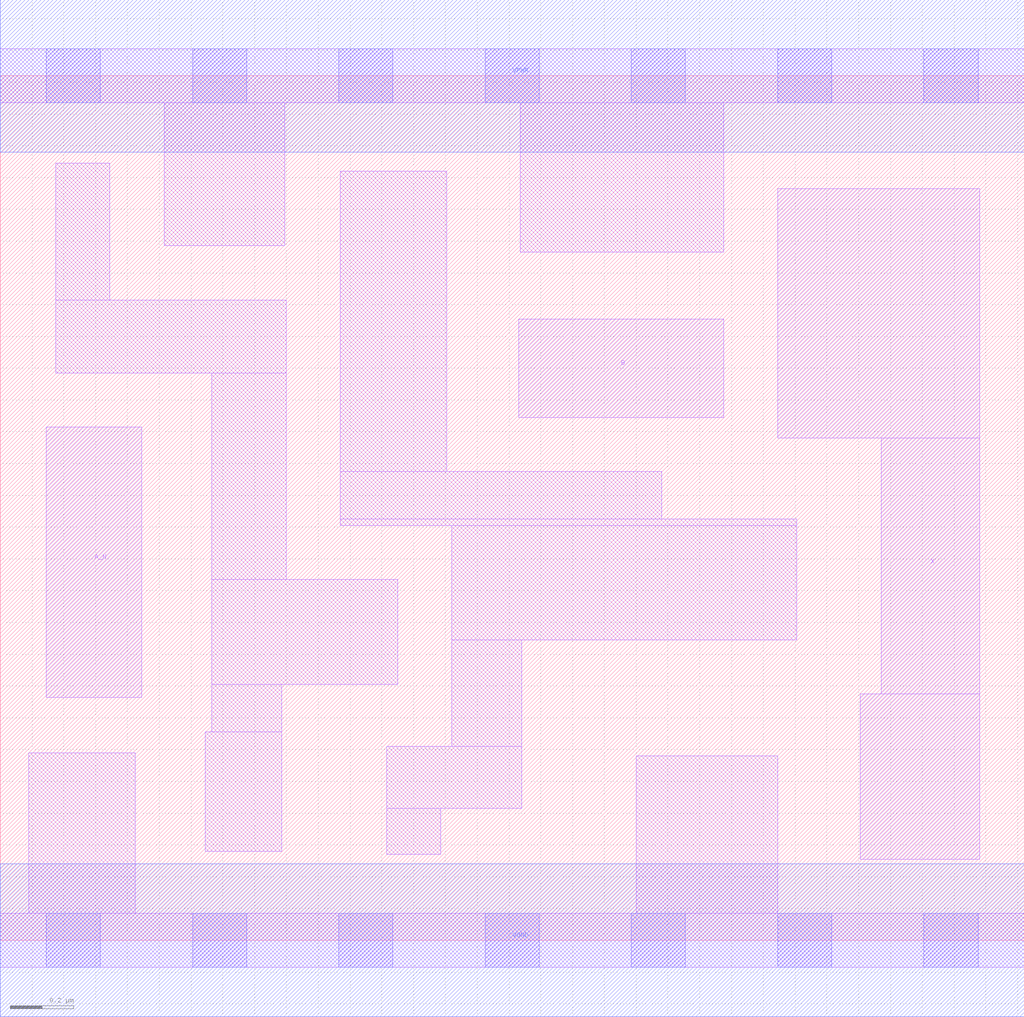
<source format=lef>
# Copyright 2020 The SkyWater PDK Authors
#
# Licensed under the Apache License, Version 2.0 (the "License");
# you may not use this file except in compliance with the License.
# You may obtain a copy of the License at
#
#     https://www.apache.org/licenses/LICENSE-2.0
#
# Unless required by applicable law or agreed to in writing, software
# distributed under the License is distributed on an "AS IS" BASIS,
# WITHOUT WARRANTIES OR CONDITIONS OF ANY KIND, either express or implied.
# See the License for the specific language governing permissions and
# limitations under the License.
#
# SPDX-License-Identifier: Apache-2.0

VERSION 5.7 ;
  NOWIREEXTENSIONATPIN ON ;
  DIVIDERCHAR "/" ;
  BUSBITCHARS "[]" ;
UNITS
  DATABASE MICRONS 200 ;
END UNITS
PROPERTYDEFINITIONS
  MACRO maskLayoutSubType STRING ;
  MACRO prCellType STRING ;
  MACRO originalViewName STRING ;
END PROPERTYDEFINITIONS
MACRO sky130_fd_sc_hdll__and2b_1
  CLASS CORE ;
  FOREIGN sky130_fd_sc_hdll__and2b_1 ;
  ORIGIN  0.000000  0.000000 ;
  SIZE  3.220000 BY  2.720000 ;
  SYMMETRY X Y R90 ;
  SITE unithd ;
  PIN A_N
    ANTENNAGATEAREA  0.138600 ;
    DIRECTION INPUT ;
    USE SIGNAL ;
    PORT
      LAYER li1 ;
        RECT 0.145000 0.765000 0.445000 1.615000 ;
    END
  END A_N
  PIN B
    ANTENNAGATEAREA  0.138600 ;
    DIRECTION INPUT ;
    USE SIGNAL ;
    PORT
      LAYER li1 ;
        RECT 1.630000 1.645000 2.275000 1.955000 ;
    END
  END B
  PIN VGND
    ANTENNADIFFAREA  0.365300 ;
    DIRECTION INOUT ;
    USE SIGNAL ;
    PORT
      LAYER met1 ;
        RECT 0.000000 -0.240000 3.220000 0.240000 ;
    END
  END VGND
  PIN VPWR
    ANTENNADIFFAREA  0.642200 ;
    DIRECTION INOUT ;
    USE SIGNAL ;
    PORT
      LAYER met1 ;
        RECT 0.000000 2.480000 3.220000 2.960000 ;
    END
  END VPWR
  PIN X
    ANTENNADIFFAREA  0.505000 ;
    DIRECTION OUTPUT ;
    USE SIGNAL ;
    PORT
      LAYER li1 ;
        RECT 2.445000 1.580000 3.080000 2.365000 ;
        RECT 2.705000 0.255000 3.080000 0.775000 ;
        RECT 2.770000 0.775000 3.080000 1.580000 ;
    END
  END X
  OBS
    LAYER li1 ;
      RECT 0.000000 -0.085000 3.220000 0.085000 ;
      RECT 0.000000  2.635000 3.220000 2.805000 ;
      RECT 0.090000  0.085000 0.425000 0.590000 ;
      RECT 0.175000  1.785000 0.900000 2.015000 ;
      RECT 0.175000  2.015000 0.345000 2.445000 ;
      RECT 0.515000  2.185000 0.895000 2.635000 ;
      RECT 0.645000  0.280000 0.885000 0.655000 ;
      RECT 0.665000  0.655000 0.885000 0.805000 ;
      RECT 0.665000  0.805000 1.250000 1.135000 ;
      RECT 0.665000  1.135000 0.900000 1.785000 ;
      RECT 1.070000  1.305000 2.505000 1.325000 ;
      RECT 1.070000  1.325000 2.080000 1.475000 ;
      RECT 1.070000  1.475000 1.405000 2.420000 ;
      RECT 1.215000  0.270000 1.385000 0.415000 ;
      RECT 1.215000  0.415000 1.640000 0.610000 ;
      RECT 1.420000  0.610000 1.640000 0.945000 ;
      RECT 1.420000  0.945000 2.505000 1.305000 ;
      RECT 1.635000  2.165000 2.275000 2.635000 ;
      RECT 2.000000  0.085000 2.445000 0.580000 ;
    LAYER mcon ;
      RECT 0.145000 -0.085000 0.315000 0.085000 ;
      RECT 0.145000  2.635000 0.315000 2.805000 ;
      RECT 0.605000 -0.085000 0.775000 0.085000 ;
      RECT 0.605000  2.635000 0.775000 2.805000 ;
      RECT 1.065000 -0.085000 1.235000 0.085000 ;
      RECT 1.065000  2.635000 1.235000 2.805000 ;
      RECT 1.525000 -0.085000 1.695000 0.085000 ;
      RECT 1.525000  2.635000 1.695000 2.805000 ;
      RECT 1.985000 -0.085000 2.155000 0.085000 ;
      RECT 1.985000  2.635000 2.155000 2.805000 ;
      RECT 2.445000 -0.085000 2.615000 0.085000 ;
      RECT 2.445000  2.635000 2.615000 2.805000 ;
      RECT 2.905000 -0.085000 3.075000 0.085000 ;
      RECT 2.905000  2.635000 3.075000 2.805000 ;
  END
  PROPERTY maskLayoutSubType "abstract" ;
  PROPERTY prCellType "standard" ;
  PROPERTY originalViewName "layout" ;
END sky130_fd_sc_hdll__and2b_1
END LIBRARY

</source>
